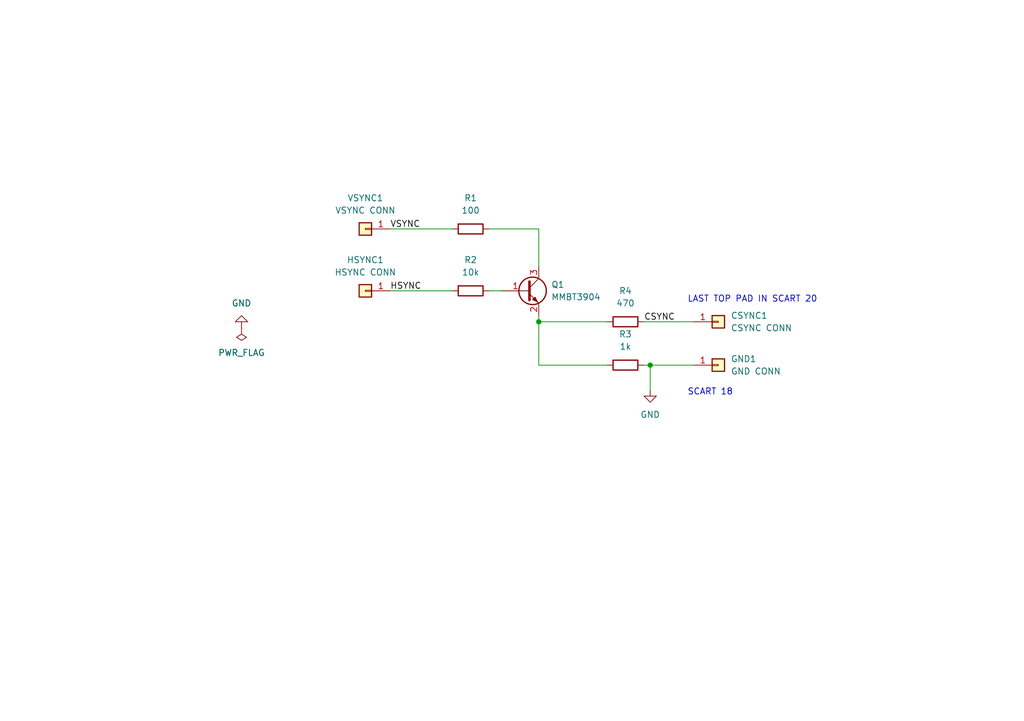
<source format=kicad_sch>
(kicad_sch (version 20230121) (generator eeschema)
  (paper "A5")
  (title_block (title "RGBpi ultracheap sync mixer mod") (date "2024-01-25") (rev "1.00") (company "Kabukiflux / Retroark"))
  (lib_symbols
    (symbol "Connector_Generic:Conn_01x01" (pin_names (offset 1.016) hide)
      (property "Reference" "J" (at 0 2.54 0))
      (property "Value" "Conn_01x01" (at 0 -2.54 0))
      (symbol "Conn_01x01_1_1"
        (rectangle (start -1.27 0.127) (end 0 -0.127) (stroke (width 0.1524)))
        (rectangle (start -1.27 1.27) (end 1.27 -1.27) (stroke (width 0.254)) (fill (type background)))
        (pin passive line (at -5.08 0 0) (length 3.81) (name "Pin_1") (number "1"))
      )
    )
    (symbol "Device:R" (pin_numbers hide) (pin_names (offset 0))
      (property "Reference" "R" (at 2.032 0 90))
      (property "Value" "R" (at 0 0 90))
      (symbol "R_0_1"
        (rectangle (start -1.016 -2.54) (end 1.016 2.54) (stroke (width 0.254)))
      )
      (symbol "R_1_1"
        (pin passive line (at 0 3.81 270) (length 1.27) (name "~") (number "1"))
        (pin passive line (at 0 -3.81 90) (length 1.27) (name "~") (number "2"))
      )
    )
    (symbol "Transistor_BJT:MMBT3904" (pin_names (offset 0) hide)
      (property "Reference" "Q" (at 5.08 1.905 0))
      (property "Value" "MMBT3904" (at 5.08 0 0))
      (symbol "MMBT3904_0_1"
        (polyline (pts (xy 0.635 0.635) (xy 2.54 2.54)))
        (polyline (pts (xy 0.635 -0.635) (xy 2.54 -2.54) (xy 2.54 -2.54)))
        (polyline (pts (xy 0.635 1.905) (xy 0.635 -1.905) (xy 0.635 -1.905)) (stroke (width 0.508)))
        (polyline (pts (xy 1.27 -1.778) (xy 1.778 -1.27) (xy 2.286 -2.286) (xy 1.27 -1.778) (xy 1.27 -1.778)) (fill (type outline)))
        (circle (center 1.27 0) (radius 2.8194) (stroke (width 0.254)))
      )
      (symbol "MMBT3904_1_1"
        (pin input line (at -5.08 0 0) (length 5.715) (name "B") (number "1"))
        (pin passive line (at 2.54 -5.08 90) (length 2.54) (name "E") (number "2"))
        (pin passive line (at 2.54 5.08 270) (length 2.54) (name "C") (number "3"))
      )
    )
    (symbol "power:GND" (power) (pin_names (offset 0))
      (property "Value" "GND" (at 0 -3.81 0))
      (symbol "GND_0_1"
        (polyline (pts (xy 0 0) (xy 0 -1.27) (xy 1.27 -1.27) (xy 0 -2.54) (xy -1.27 -1.27) (xy 0 -1.27)))
      )
      (symbol "GND_1_1"
        (pin power_in line (at 0 0 270) (length 0) hide (name "GND") (number "1"))
      )
    )
    (symbol "power:PWR_FLAG" (power) (pin_numbers hide) (pin_names (offset 0) hide)
      (property "Value" "PWR_FLAG" (at 0 3.81 0))
      (symbol "PWR_FLAG_0_0"
        (pin power_out line (at 0 0 90) (length 0) (name "pwr") (number "1"))
      )
      (symbol "PWR_FLAG_0_1"
        (polyline (pts (xy 0 0) (xy 0 1.27) (xy -1.016 1.905) (xy 0 2.54) (xy 1.016 1.905) (xy 0 1.27)))
      )
    )
  )
  (junction (at 133.35 74.93))
  (junction (at 110.49 66.04))
  (wire (pts (xy 142.24 74.93) (xy 133.35 74.93)))
  (wire (pts (xy 80.01 46.99) (xy 92.71 46.99)))
  (wire (pts (xy 132.08 74.93) (xy 133.35 74.93)))
  (wire (pts (xy 142.24 66.04) (xy 132.08 66.04)))
  (wire (pts (xy 110.49 66.04) (xy 124.46 66.04)))
  (wire (pts (xy 110.49 46.99) (xy 110.49 54.61)))
  (wire (pts (xy 80.01 59.69) (xy 92.71 59.69)))
  (wire (pts (xy 100.33 46.99) (xy 110.49 46.99)))
  (wire (pts (xy 110.49 64.77) (xy 110.49 66.04)))
  (wire (pts (xy 100.33 59.69) (xy 102.87 59.69)))
  (wire (pts (xy 133.35 74.93) (xy 133.35 80.01)))
  (wire (pts (xy 124.46 74.93) (xy 110.49 74.93)))
  (wire (pts (xy 110.49 74.93) (xy 110.49 66.04)))
  (text "LAST TOP PAD IN SCART 20" (at 140.97 62.23 0) (effects (font (size 1.27 1.27)) (justify left bottom)))
  (text "SCART 18" (at 140.97 81.28 0) (effects (font (size 1.27 1.27)) (justify left bottom)))
  (label "CSYNC" (at 132.08 66.04 0))
  (label "HSYNC" (at 80.01 59.69 0))
  (label "VSYNC" (at 80.01 46.99 0))
  (symbol (lib_id "Connector_Generic:Conn_01x01") (at 147.32 66.04 0) (unit 1)
    (property "Reference" "CSYNC1" (at 149.86 64.77 0) (effects (justify left)))
    (property "Value" "CSYNC CONN" (at 149.86 67.31 0) (effects (justify left)))
    (property "Footprint" "Connector_Wire:SolderWirePad_1x01_SMD_1x2mm" (effects hide))
  )
  (symbol (lib_id "Device:R") (at 96.52 46.99 90) (unit 1)
    (property "Reference" "R1" (at 96.52 40.64 90))
    (property "Value" "100" (at 96.52 43.18 90))
    (property "Footprint" "Resistor_SMD:R_0402_1005Metric" (effects hide))
  )
  (symbol (lib_id "Connector_Generic:Conn_01x01") (at 74.93 59.69 180) (unit 1)
    (property "Reference" "HSYNC1" (at 74.93 53.34 0))
    (property "Value" "HSYNC CONN" (at 74.93 55.88 0))
    (property "Footprint" "Connector_Wire:SolderWirePad_1x01_SMD_1x2mm" (effects hide))
  )
  (symbol (lib_id "Connector_Generic:Conn_01x01") (at 147.32 74.93 0) (unit 1)
    (property "Reference" "GND1" (at 149.86 73.66 0) (effects (justify left)))
    (property "Value" "GND CONN" (at 149.86 76.2 0) (effects (justify left)))
    (property "Footprint" "Connector_Wire:SolderWirePad_1x01_SMD_1x2mm" (effects hide))
  )
  (symbol (lib_id "power:PWR_FLAG") (at 49.53 67.31 180) (unit 1)
    (property "Reference" "#FLG01" (effects hide))
    (property "Value" "PWR_FLAG" (at 49.53 72.39 0))
  )
  (symbol (lib_id "Device:R") (at 128.27 66.04 90) (unit 1)
    (property "Reference" "R4" (at 128.27 59.69 90))
    (property "Value" "470" (at 128.27 62.23 90))
    (property "Footprint" "Resistor_SMD:R_0402_1005Metric" (effects hide))
  )
  (symbol (lib_id "power:GND") (at 133.35 80.01 0) (unit 1)
    (property "Reference" "#PWR01" (effects hide))
    (property "Value" "GND" (at 133.35 85.09 0))
  )
  (symbol (lib_id "power:GND") (at 49.53 67.31 180) (unit 1)
    (property "Reference" "#PWR02" (effects hide))
    (property "Value" "GND" (at 49.53 62.23 0))
  )
  (symbol (lib_id "Device:R") (at 128.27 74.93 90) (unit 1)
    (property "Reference" "R3" (at 128.27 68.58 90))
    (property "Value" "1k" (at 128.27 71.12 90))
    (property "Footprint" "Resistor_SMD:R_0402_1005Metric" (effects hide))
  )
  (symbol (lib_id "Transistor_BJT:MMBT3904") (at 107.95 59.69 0) (unit 1)
    (property "Reference" "Q1" (at 113.03 58.42 0) (effects (justify left)))
    (property "Value" "MMBT3904" (at 113.03 60.96 0) (effects (justify left)))
    (property "Footprint" "Package_TO_SOT_SMD:SOT-23" (effects hide))
    (property "Datasheet" "https://www.onsemi.com/pdf/datasheet/pzt3904-d.pdf" (effects hide))
  )
  (symbol (lib_id "Connector_Generic:Conn_01x01") (at 74.93 46.99 180) (unit 1)
    (property "Reference" "VSYNC1" (at 74.93 40.64 0))
    (property "Value" "VSYNC CONN" (at 74.93 43.18 0))
    (property "Footprint" "Connector_Wire:SolderWirePad_1x01_SMD_1x2mm" (effects hide))
  )
  (symbol (lib_id "Device:R") (at 96.52 59.69 90) (unit 1)
    (property "Reference" "R2" (at 96.52 53.34 90))
    (property "Value" "10k" (at 96.52 55.88 90))
    (property "Footprint" "Resistor_SMD:R_0402_1005Metric" (effects hide))
  )
)
</source>
